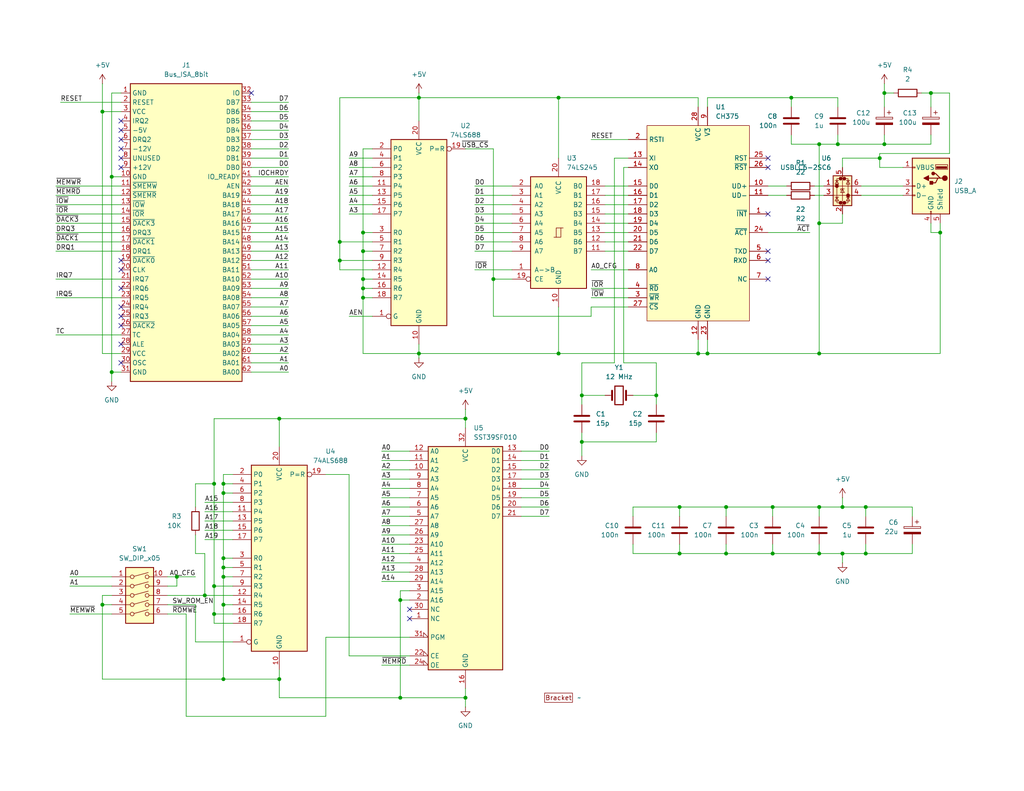
<source format=kicad_sch>
(kicad_sch (version 20231120) (generator "eeschema") (generator_version "8.0")
  (paper "USLetter")
  (title_block (title "USB In The Sky") (date "2024-09-24") (rev "1") (company "Surreality Labs"))
  (lib_symbols
    (symbol "74xx:74LS245" (pin_names (offset 1.016))
      (property "Reference" "U" (at -7.62 16.51 0))
      (property "Value" "74LS245" (at -7.62 -16.51 0))
      (symbol "74LS245_1_0"
        (pin input line (at -12.7 -10.16 0) (length 5.08) (name "A->B") (number "1"))
        (pin power_in line (at 0 -20.32 90) (length 5.08) (name "GND") (number "10"))
        (pin tri_state line (at 12.7 -5.08 180) (length 5.08) (name "B7") (number "11"))
        (pin tri_state line (at 12.7 -2.54 180) (length 5.08) (name "B6") (number "12"))
        (pin tri_state line (at 12.7 0 180) (length 5.08) (name "B5") (number "13"))
        (pin tri_state line (at 12.7 2.54 180) (length 5.08) (name "B4") (number "14"))
        (pin tri_state line (at 12.7 5.08 180) (length 5.08) (name "B3") (number "15"))
        (pin tri_state line (at 12.7 7.62 180) (length 5.08) (name "B2") (number "16"))
        (pin tri_state line (at 12.7 10.16 180) (length 5.08) (name "B1") (number "17"))
        (pin tri_state line (at 12.7 12.7 180) (length 5.08) (name "B0") (number "18"))
        (pin input inverted (at -12.7 -12.7 0) (length 5.08) (name "CE") (number "19"))
        (pin tri_state line (at -12.7 12.7 0) (length 5.08) (name "A0") (number "2"))
        (pin power_in line (at 0 20.32 270) (length 5.08) (name "VCC") (number "20"))
        (pin tri_state line (at -12.7 10.16 0) (length 5.08) (name "A1") (number "3"))
        (pin tri_state line (at -12.7 7.62 0) (length 5.08) (name "A2") (number "4"))
        (pin tri_state line (at -12.7 5.08 0) (length 5.08) (name "A3") (number "5"))
        (pin tri_state line (at -12.7 2.54 0) (length 5.08) (name "A4") (number "6"))
        (pin tri_state line (at -12.7 0 0) (length 5.08) (name "A5") (number "7"))
        (pin tri_state line (at -12.7 -2.54 0) (length 5.08) (name "A6") (number "8"))
        (pin tri_state line (at -12.7 -5.08 0) (length 5.08) (name "A7") (number "9"))
      )
    )
    (symbol "74xx:74LS688"
      (property "Reference" "U" (at -7.62 26.67 0))
      (property "Value" "74LS688" (at -7.62 -26.67 0))
      (symbol "74LS688_1_0"
        (pin input inverted (at -12.7 -22.86 0) (length 5.08) (name "G") (number "1"))
        (pin power_in line (at 0 -30.48 90) (length 5.08) (name "GND") (number "10"))
        (pin input line (at -12.7 12.7 0) (length 5.08) (name "P4") (number "11"))
        (pin input line (at -12.7 -10.16 0) (length 5.08) (name "R4") (number "12"))
        (pin input line (at -12.7 10.16 0) (length 5.08) (name "P5") (number "13"))
        (pin input line (at -12.7 -12.7 0) (length 5.08) (name "R5") (number "14"))
        (pin input line (at -12.7 7.62 0) (length 5.08) (name "P6") (number "15"))
        (pin input line (at -12.7 -15.24 0) (length 5.08) (name "R6") (number "16"))
        (pin input line (at -12.7 5.08 0) (length 5.08) (name "P7") (number "17"))
        (pin input line (at -12.7 -17.78 0) (length 5.08) (name "R7") (number "18"))
        (pin output inverted (at 12.7 22.86 180) (length 5.08) (name "P=R") (number "19"))
        (pin input line (at -12.7 22.86 0) (length 5.08) (name "P0") (number "2"))
        (pin power_in line (at 0 30.48 270) (length 5.08) (name "VCC") (number "20"))
        (pin input line (at -12.7 0 0) (length 5.08) (name "R0") (number "3"))
        (pin input line (at -12.7 20.32 0) (length 5.08) (name "P1") (number "4"))
        (pin input line (at -12.7 -2.54 0) (length 5.08) (name "R1") (number "5"))
        (pin input line (at -12.7 17.78 0) (length 5.08) (name "P2") (number "6"))
        (pin input line (at -12.7 -5.08 0) (length 5.08) (name "R2") (number "7"))
        (pin input line (at -12.7 15.24 0) (length 5.08) (name "P3") (number "8"))
        (pin input line (at -12.7 -7.62 0) (length 5.08) (name "R3") (number "9"))
      )
    )
    (symbol "Connector:Bus_ISA_8bit"
      (property "Reference" "J" (at 0 42.545 0))
      (property "Value" "Bus_ISA_8bit" (at 0 -42.545 0))
      (symbol "Bus_ISA_8bit_1_1"
        (pin power_in line (at -17.78 38.1 0) (length 2.54) (name "GND") (number "1"))
        (pin power_in line (at -17.78 15.24 0) (length 2.54) (name "GND") (number "10"))
        (pin output line (at -17.78 12.7 0) (length 2.54) (name "~{SMEMW}") (number "11"))
        (pin output line (at -17.78 10.16 0) (length 2.54) (name "~{SMEMR}") (number "12"))
        (pin output line (at -17.78 7.62 0) (length 2.54) (name "~{IOW}") (number "13"))
        (pin output line (at -17.78 5.08 0) (length 2.54) (name "~{IOR}") (number "14"))
        (pin passive line (at -17.78 2.54 0) (length 2.54) (name "~{DACK3}") (number "15"))
        (pin passive line (at -17.78 0 0) (length 2.54) (name "DRQ3") (number "16"))
        (pin passive line (at -17.78 -2.54 0) (length 2.54) (name "~{DACK1}") (number "17"))
        (pin passive line (at -17.78 -5.08 0) (length 2.54) (name "DRQ1") (number "18"))
        (pin passive line (at -17.78 -7.62 0) (length 2.54) (name "~{DACK0}") (number "19"))
        (pin output line (at -17.78 35.56 0) (length 2.54) (name "RESET") (number "2"))
        (pin output line (at -17.78 -10.16 0) (length 2.54) (name "CLK") (number "20"))
        (pin passive line (at -17.78 -12.7 0) (length 2.54) (name "IRQ7") (number "21"))
        (pin passive line (at -17.78 -15.24 0) (length 2.54) (name "IRQ6") (number "22"))
        (pin passive line (at -17.78 -17.78 0) (length 2.54) (name "IRQ5") (number "23"))
        (pin passive line (at -17.78 -20.32 0) (length 2.54) (name "IRQ4") (number "24"))
        (pin passive line (at -17.78 -22.86 0) (length 2.54) (name "IRQ3") (number "25"))
        (pin passive line (at -17.78 -25.4 0) (length 2.54) (name "~{DACK2}") (number "26"))
        (pin passive line (at -17.78 -27.94 0) (length 2.54) (name "TC") (number "27"))
        (pin output line (at -17.78 -30.48 0) (length 2.54) (name "ALE") (number "28"))
        (pin power_in line (at -17.78 -33.02 0) (length 2.54) (name "VCC") (number "29"))
        (pin power_in line (at -17.78 33.02 0) (length 2.54) (name "VCC") (number "3"))
        (pin output line (at -17.78 -35.56 0) (length 2.54) (name "OSC") (number "30"))
        (pin power_in line (at -17.78 -38.1 0) (length 2.54) (name "GND") (number "31"))
        (pin passive line (at 17.78 38.1 180) (length 2.54) (name "IO") (number "32"))
        (pin tri_state line (at 17.78 35.56 180) (length 2.54) (name "DB7") (number "33"))
        (pin tri_state line (at 17.78 33.02 180) (length 2.54) (name "DB6") (number "34"))
        (pin tri_state line (at 17.78 30.48 180) (length 2.54) (name "DB5") (number "35"))
        (pin tri_state line (at 17.78 27.94 180) (length 2.54) (name "DB4") (number "36"))
        (pin tri_state line (at 17.78 25.4 180) (length 2.54) (name "DB3") (number "37"))
        (pin tri_state line (at 17.78 22.86 180) (length 2.54) (name "DB2") (number "38"))
        (pin tri_state line (at 17.78 20.32 180) (length 2.54) (name "DB1") (number "39"))
        (pin passive line (at -17.78 30.48 0) (length 2.54) (name "IRQ2") (number "4"))
        (pin tri_state line (at 17.78 17.78 180) (length 2.54) (name "DB0") (number "40"))
        (pin passive line (at 17.78 15.24 180) (length 2.54) (name "IO_READY") (number "41"))
        (pin output line (at 17.78 12.7 180) (length 2.54) (name "AEN") (number "42"))
        (pin tri_state line (at 17.78 10.16 180) (length 2.54) (name "BA19") (number "43"))
        (pin tri_state line (at 17.78 7.62 180) (length 2.54) (name "BA18") (number "44"))
        (pin tri_state line (at 17.78 5.08 180) (length 2.54) (name "BA17") (number "45"))
        (pin tri_state line (at 17.78 2.54 180) (length 2.54) (name "BA16") (number "46"))
        (pin tri_state line (at 17.78 0 180) (length 2.54) (name "BA15") (number "47"))
        (pin tri_state line (at 17.78 -2.54 180) (length 2.54) (name "BA14") (number "48"))
        (pin tri_state line (at 17.78 -5.08 180) (length 2.54) (name "BA13") (number "49"))
        (pin power_in line (at -17.78 27.94 0) (length 2.54) (name "-5V") (number "5"))
        (pin tri_state line (at 17.78 -7.62 180) (length 2.54) (name "BA12") (number "50"))
        (pin tri_state line (at 17.78 -10.16 180) (length 2.54) (name "BA11") (number "51"))
        (pin tri_state line (at 17.78 -12.7 180) (length 2.54) (name "BA10") (number "52"))
        (pin tri_state line (at 17.78 -15.24 180) (length 2.54) (name "BA09") (number "53"))
        (pin tri_state line (at 17.78 -17.78 180) (length 2.54) (name "BA08") (number "54"))
        (pin tri_state line (at 17.78 -20.32 180) (length 2.54) (name "BA07") (number "55"))
        (pin tri_state line (at 17.78 -22.86 180) (length 2.54) (name "BA06") (number "56"))
        (pin tri_state line (at 17.78 -25.4 180) (length 2.54) (name "BA05") (number "57"))
        (pin tri_state line (at 17.78 -27.94 180) (length 2.54) (name "BA04") (number "58"))
        (pin tri_state line (at 17.78 -30.48 180) (length 2.54) (name "BA03") (number "59"))
        (pin passive line (at -17.78 25.4 0) (length 2.54) (name "DRQ2") (number "6"))
        (pin tri_state line (at 17.78 -33.02 180) (length 2.54) (name "BA02") (number "60"))
        (pin tri_state line (at 17.78 -35.56 180) (length 2.54) (name "BA01") (number "61"))
        (pin tri_state line (at 17.78 -38.1 180) (length 2.54) (name "BA00") (number "62"))
        (pin power_in line (at -17.78 22.86 0) (length 2.54) (name "-12V") (number "7"))
        (pin passive line (at -17.78 20.32 0) (length 2.54) (name "UNUSED") (number "8"))
        (pin power_in line (at -17.78 17.78 0) (length 2.54) (name "+12V") (number "9"))
      )
    )
    (symbol "Connector:USB_A" (pin_names (offset 1.016))
      (property "Reference" "J" (at -5.08 11.43 0))
      (property "Value" "USB_A" (at -5.08 8.89 0))
      (symbol "USB_A_1_1"
        (pin power_in line (at 7.62 5.08 180) (length 2.54) (name "VBUS") (number "1"))
        (pin bidirectional line (at 7.62 -2.54 180) (length 2.54) (name "D-") (number "2"))
        (pin bidirectional line (at 7.62 0 180) (length 2.54) (name "D+") (number "3"))
        (pin power_in line (at 0 -10.16 90) (length 2.54) (name "GND") (number "4"))
        (pin passive line (at -2.54 -10.16 90) (length 2.54) (name "Shield") (number "5"))
      )
    )
    (symbol "Device:C" (pin_numbers hide) (pin_names (offset 0.254))
      (property "Reference" "C" (at 0.635 2.54 0))
      (property "Value" "C" (at 0.635 -2.54 0))
      (symbol "C_1_1"
        (pin passive line (at 0 3.81 270) (length 2.794) (name "~") (number "1"))
        (pin passive line (at 0 -3.81 90) (length 2.794) (name "~") (number "2"))
      )
    )
    (symbol "Device:C_Polarized" (pin_numbers hide) (pin_names (offset 0.254))
      (property "Reference" "C" (at 0.635 2.54 0))
      (property "Value" "C_Polarized" (at 0.635 -2.54 0))
      (symbol "C_Polarized_1_1"
        (pin passive line (at 0 3.81 270) (length 2.794) (name "~") (number "1"))
        (pin passive line (at 0 -3.81 90) (length 2.794) (name "~") (number "2"))
      )
    )
    (symbol "Device:Crystal" (pin_numbers hide) (pin_names (offset 1.016) hide)
      (property "Reference" "Y" (at 0 3.81 0))
      (property "Value" "Crystal" (at 0 -3.81 0))
      (symbol "Crystal_1_1"
        (pin passive line (at -3.81 0 0) (length 1.27) (name "1") (number "1"))
        (pin passive line (at 3.81 0 180) (length 1.27) (name "2") (number "2"))
      )
    )
    (symbol "Device:R" (pin_numbers hide) (pin_names (offset 0))
      (property "Reference" "R" (at 2.032 0 90))
      (property "Value" "R" (at 0 0 90))
      (symbol "R_1_1"
        (pin passive line (at 0 3.81 270) (length 1.27) (name "~") (number "1"))
        (pin passive line (at 0 -3.81 90) (length 1.27) (name "~") (number "2"))
      )
    )
    (symbol "Memory_Flash:SST39SF010"
      (property "Reference" "U" (at 2.54 33.02 0))
      (property "Value" "SST39SF010" (at 0 -30.48 0))
      (symbol "SST39SF010_0_0"
        (pin power_in line (at 0 -34.29 90) (length 5.08) (name "GND") (number "16"))
        (pin power_in line (at 0 36.83 270) (length 5.08) (name "VCC") (number "32"))
      )
      (symbol "SST39SF010_1_1"
        (pin input line (at -15.24 -15.24 0) (length 5.08) (name "NC") (number "1"))
        (pin input line (at -15.24 25.4 0) (length 5.08) (name "A2") (number "10"))
        (pin input line (at -15.24 27.94 0) (length 5.08) (name "A1") (number "11"))
        (pin input line (at -15.24 30.48 0) (length 5.08) (name "A0") (number "12"))
        (pin tri_state line (at 15.24 30.48 180) (length 5.08) (name "D0") (number "13"))
        (pin tri_state line (at 15.24 27.94 180) (length 5.08) (name "D1") (number "14"))
        (pin tri_state line (at 15.24 25.4 180) (length 5.08) (name "D2") (number "15"))
        (pin tri_state line (at 15.24 22.86 180) (length 5.08) (name "D3") (number "17"))
        (pin tri_state line (at 15.24 20.32 180) (length 5.08) (name "D4") (number "18"))
        (pin tri_state line (at 15.24 17.78 180) (length 5.08) (name "D5") (number "19"))
        (pin input line (at -15.24 -10.16 0) (length 5.08) (name "A16") (number "2"))
        (pin tri_state line (at 15.24 15.24 180) (length 5.08) (name "D6") (number "20"))
        (pin tri_state line (at 15.24 12.7 180) (length 5.08) (name "D7") (number "21"))
        (pin input input_low (at -15.24 -25.4 0) (length 5.08) (name "CE") (number "22"))
        (pin input line (at -15.24 5.08 0) (length 5.08) (name "A10") (number "23"))
        (pin input input_low (at -15.24 -27.94 0) (length 5.08) (name "OE") (number "24"))
        (pin input line (at -15.24 2.54 0) (length 5.08) (name "A11") (number "25"))
        (pin input line (at -15.24 7.62 0) (length 5.08) (name "A9") (number "26"))
        (pin input line (at -15.24 10.16 0) (length 5.08) (name "A8") (number "27"))
        (pin input line (at -15.24 -2.54 0) (length 5.08) (name "A13") (number "28"))
        (pin input line (at -15.24 -5.08 0) (length 5.08) (name "A14") (number "29"))
        (pin input line (at -15.24 -7.62 0) (length 5.08) (name "A15") (number "3"))
        (pin input line (at -15.24 -12.7 0) (length 5.08) (name "NC") (number "30"))
        (pin input input_low (at -15.24 -20.32 0) (length 5.08) (name "PGM") (number "31"))
        (pin input line (at -15.24 0 0) (length 5.08) (name "A12") (number "4"))
        (pin input line (at -15.24 12.7 0) (length 5.08) (name "A7") (number "5"))
        (pin input line (at -15.24 15.24 0) (length 5.08) (name "A6") (number "6"))
        (pin input line (at -15.24 17.78 0) (length 5.08) (name "A5") (number "7"))
        (pin input line (at -15.24 20.32 0) (length 5.08) (name "A4") (number "8"))
        (pin input line (at -15.24 22.86 0) (length 5.08) (name "A3") (number "9"))
      )
    )
    (symbol "Power_Protection:USBLC6-2SC6" (pin_names hide)
      (property "Reference" "U" (at 0.635 5.715 0))
      (property "Value" "USBLC6-2SC6" (at 0.635 3.81 0))
      (symbol "USBLC6-2SC6_1_1"
        (pin passive line (at -5.08 0 0) (length 2.54) (name "I/O1") (number "1"))
        (pin passive line (at 0 -7.62 90) (length 2.54) (name "GND") (number "2"))
        (pin passive line (at -5.08 -2.54 0) (length 2.54) (name "I/O2") (number "3"))
        (pin passive line (at 5.08 -2.54 180) (length 2.54) (name "I/O2") (number "4"))
        (pin passive line (at 0 5.08 270) (length 2.54) (name "VBUS") (number "5"))
        (pin passive line (at 5.08 0 180) (length 2.54) (name "I/O1") (number "6"))
      )
    )
    (symbol "Switch:SW_DIP_x05" (pin_names (offset 0) hide)
      (property "Reference" "SW" (at 0 8.89 0))
      (property "Value" "SW_DIP_x05" (at 0 -8.89 0))
      (symbol "SW_DIP_x05_1_1"
        (pin passive line (at -7.62 5.08 0) (length 5.08) (name "~") (number "1"))
        (pin passive line (at 7.62 5.08 180) (length 5.08) (name "~") (number "10"))
        (pin passive line (at -7.62 2.54 0) (length 5.08) (name "~") (number "2"))
        (pin passive line (at -7.62 0 0) (length 5.08) (name "~") (number "3"))
        (pin passive line (at -7.62 -2.54 0) (length 5.08) (name "~") (number "4"))
        (pin passive line (at -7.62 -5.08 0) (length 5.08) (name "~") (number "5"))
        (pin passive line (at 7.62 -5.08 180) (length 5.08) (name "~") (number "6"))
        (pin passive line (at 7.62 -2.54 180) (length 5.08) (name "~") (number "7"))
        (pin passive line (at 7.62 0 180) (length 5.08) (name "~") (number "8"))
        (pin passive line (at 7.62 2.54 180) (length 5.08) (name "~") (number "9"))
      )
    )
    (symbol "pc-parts:9202"
      (symbol "9202_1_1"
        (text "Bracket" (at 0 0 0) (effects (font (size 1.27 1.27))))
      )
    )
    (symbol "pc-parts:CH375"
      (property "Reference" "U" (at 0 0 0))
      (symbol "CH375_0_0"
        (pin output line (at 19.05 2.54 180) (length 5.08) (name "~{INT}") (number "1"))
        (pin bidirectional line (at 19.05 10.16 180) (length 5.08) (name "UD+") (number "10"))
        (pin bidirectional line (at 19.05 7.62 180) (length 5.08) (name "UD-") (number "11"))
        (pin power_in line (at 0 -31.75 90) (length 5.08) (name "GND") (number "12"))
        (pin input line (at -19.05 17.78 0) (length 5.08) (name "XI") (number "13"))
        (pin output line (at -19.05 15.24 0) (length 5.08) (name "XO") (number "14"))
        (pin bidirectional line (at -19.05 10.16 0) (length 5.08) (name "D0") (number "15"))
        (pin bidirectional line (at -19.05 7.62 0) (length 5.08) (name "D1") (number "16"))
        (pin bidirectional line (at -19.05 5.08 0) (length 5.08) (name "D2") (number "17"))
        (pin bidirectional line (at -19.05 2.54 0) (length 5.08) (name "D3") (number "18"))
        (pin bidirectional line (at -19.05 0 0) (length 5.08) (name "D4") (number "19"))
        (pin input line (at -19.05 22.86 0) (length 5.08) (name "RSTI") (number "2"))
        (pin bidirectional line (at -19.05 -2.54 0) (length 5.08) (name "D5") (number "20"))
        (pin bidirectional line (at -19.05 -5.08 0) (length 5.08) (name "D6") (number "21"))
        (pin bidirectional line (at -19.05 -7.62 0) (length 5.08) (name "D7") (number "22"))
        (pin power_in line (at 2.54 -31.75 90) (length 5.08) (name "GND") (number "23"))
        (pin output line (at 19.05 -2.54 180) (length 5.08) (name "~{ACT}") (number "24"))
        (pin output line (at 19.05 17.78 180) (length 5.08) (name "RST") (number "25"))
        (pin output line (at 19.05 15.24 180) (length 5.08) (name "~{RST}") (number "26"))
        (pin input line (at -19.05 -22.86 0) (length 5.08) (name "~{CS}") (number "27"))
        (pin power_in line (at 0 31.75 270) (length 5.08) (name "VCC") (number "28"))
        (pin input line (at -19.05 -20.32 0) (length 5.08) (name "~{WR}") (number "3"))
        (pin input line (at -19.05 -17.78 0) (length 5.08) (name "~{RD}") (number "4"))
        (pin bidirectional line (at 19.05 -7.62 180) (length 5.08) (name "TXD") (number "5"))
        (pin input line (at 19.05 -10.16 180) (length 5.08) (name "RXD") (number "6"))
        (pin input line (at 19.05 -15.24 180) (length 5.08) (name "NC") (number "7"))
        (pin input line (at -19.05 -12.7 0) (length 5.08) (name "A0") (number "8"))
        (pin power_in line (at 2.54 31.75 270) (length 5.08) (name "V3") (number "9"))
      )
    )
    (symbol "power:+5V" (power) (pin_numbers hide) (pin_names (offset 0) hide)
      (property "Value" "+5V" (at 0 3.556 0))
      (symbol "+5V_1_1"
        (pin power_in line (at 0 0 90) (length 0) (name "~") (number "1"))
      )
    )
    (symbol "power:GND" (power) (pin_numbers hide) (pin_names (offset 0) hide)
      (property "Value" "GND" (at 0 -3.81 0))
      (symbol "GND_1_1"
        (pin power_in line (at 0 0 270) (length 0) (name "~") (number "1"))
      )
    )
  )
  (junction (at 127 114.3))
  (junction (at 60.96 165.1))
  (junction (at 190.5 96.52))
  (junction (at 215.9 26.67))
  (junction (at 58.42 132.08))
  (junction (at 60.96 157.48))
  (junction (at 27.94 30.48))
  (junction (at 134.62 76.2))
  (junction (at 114.3 26.67))
  (junction (at 185.42 138.43))
  (junction (at 109.22 190.5))
  (junction (at 58.42 167.64))
  (junction (at 127 190.5))
  (junction (at 152.4 96.52))
  (junction (at 256.54 63.5))
  (junction (at 99.06 63.5))
  (junction (at 229.87 151.13))
  (junction (at 92.71 66.04))
  (junction (at 30.48 101.6))
  (junction (at 60.96 152.4))
  (junction (at 48.26 157.48))
  (junction (at 99.06 68.58))
  (junction (at 241.3 25.4))
  (junction (at 198.12 138.43))
  (junction (at 179.07 107.95))
  (junction (at 236.22 151.13))
  (junction (at 58.42 160.02))
  (junction (at 109.22 163.83))
  (junction (at 185.42 151.13))
  (junction (at 76.2 114.3))
  (junction (at 210.82 151.13))
  (junction (at 223.52 39.37))
  (junction (at 76.2 185.42))
  (junction (at 228.6 39.37))
  (junction (at 193.04 96.52))
  (junction (at 241.3 39.37))
  (junction (at 158.75 107.95))
  (junction (at 60.96 154.94))
  (junction (at 60.96 134.62))
  (junction (at 240.03 43.18))
  (junction (at 229.87 138.43))
  (junction (at 158.75 120.65))
  (junction (at 223.52 151.13))
  (junction (at 27.94 165.1))
  (junction (at 114.3 96.52))
  (junction (at 99.06 78.74))
  (junction (at 60.96 132.08))
  (junction (at 223.52 138.43))
  (junction (at 236.22 138.43))
  (junction (at 92.71 71.12))
  (junction (at 152.4 26.67))
  (junction (at 99.06 76.2))
  (junction (at 198.12 151.13))
  (junction (at 223.52 60.96))
  (junction (at 223.52 96.52))
  (junction (at 55.88 162.56))
  (junction (at 254 25.4))
  (junction (at 99.06 81.28))
  (junction (at 30.48 48.26))
  (junction (at 60.96 185.42))
  (junction (at 210.82 138.43))
  (no_connect (at 111.76 168.91))
  (no_connect (at 33.02 45.72))
  (no_connect (at 209.55 68.58))
  (no_connect (at 33.02 40.64))
  (no_connect (at 33.02 71.12))
  (no_connect (at 33.02 78.74))
  (no_connect (at 33.02 38.1))
  (no_connect (at 209.55 76.2))
  (no_connect (at 33.02 35.56))
  (no_connect (at 68.58 25.4))
  (no_connect (at 33.02 73.66))
  (no_connect (at 33.02 99.06))
  (no_connect (at 33.02 88.9))
  (no_connect (at 33.02 43.18))
  (no_connect (at 33.02 33.02))
  (no_connect (at 209.55 45.72))
  (no_connect (at 33.02 86.36))
  (no_connect (at 209.55 58.42))
  (no_connect (at 209.55 43.18))
  (no_connect (at 33.02 93.98))
  (no_connect (at 111.76 166.37))
  (no_connect (at 209.55 71.12))
  (no_connect (at 33.02 83.82))
  (wire (pts (xy 30.48 101.6) (xy 33.02 101.6)))
  (wire (pts (xy 111.76 125.73) (xy 104.14 125.73)))
  (wire (pts (xy 185.42 140.97) (xy 185.42 138.43)))
  (wire (pts (xy 111.76 156.21) (xy 104.14 156.21)))
  (wire (pts (xy 228.6 39.37) (xy 241.3 39.37)))
  (wire (pts (xy 193.04 29.21) (xy 193.04 26.67)))
  (wire (pts (xy 165.1 66.04) (xy 171.45 66.04)))
  (wire (pts (xy 111.76 138.43) (xy 104.14 138.43)))
  (wire (pts (xy 198.12 140.97) (xy 198.12 138.43)))
  (wire (pts (xy 165.1 68.58) (xy 171.45 68.58)))
  (wire (pts (xy 55.88 162.56) (xy 63.5 162.56)))
  (wire (pts (xy 68.58 60.96) (xy 78.74 60.96)))
  (wire (pts (xy 223.52 148.59) (xy 223.52 151.13)))
  (wire (pts (xy 161.29 73.66) (xy 171.45 73.66)))
  (wire (pts (xy 58.42 160.02) (xy 58.42 167.64)))
  (wire (pts (xy 198.12 151.13) (xy 185.42 151.13)))
  (wire (pts (xy 58.42 160.02) (xy 63.5 160.02)))
  (wire (pts (xy 248.92 138.43) (xy 248.92 140.97)))
  (wire (pts (xy 254 36.83) (xy 254 39.37)))
  (wire (pts (xy 95.25 86.36) (xy 101.6 86.36)))
  (wire (pts (xy 228.6 36.83) (xy 228.6 39.37)))
  (wire (pts (xy 215.9 26.67) (xy 215.9 29.21)))
  (wire (pts (xy 241.3 25.4) (xy 241.3 29.21)))
  (wire (pts (xy 15.24 66.04) (xy 33.02 66.04)))
  (wire (pts (xy 114.3 25.4) (xy 114.3 26.67)))
  (wire (pts (xy 76.2 182.88) (xy 76.2 185.42)))
  (wire (pts (xy 95.25 50.8) (xy 101.6 50.8)))
  (wire (pts (xy 76.2 114.3) (xy 76.2 121.92)))
  (wire (pts (xy 185.42 138.43) (xy 198.12 138.43)))
  (wire (pts (xy 254 39.37) (xy 241.3 39.37)))
  (wire (pts (xy 111.76 163.83) (xy 109.22 163.83)))
  (wire (pts (xy 193.04 96.52) (xy 223.52 96.52)))
  (wire (pts (xy 223.52 96.52) (xy 256.54 96.52)))
  (wire (pts (xy 95.25 129.54) (xy 95.25 179.07)))
  (wire (pts (xy 68.58 55.88) (xy 78.74 55.88)))
  (wire (pts (xy 104.14 181.61) (xy 111.76 181.61)))
  (wire (pts (xy 139.7 68.58) (xy 129.54 68.58)))
  (wire (pts (xy 111.76 135.89) (xy 104.14 135.89)))
  (wire (pts (xy 68.58 88.9) (xy 78.74 88.9)))
  (wire (pts (xy 139.7 50.8) (xy 129.54 50.8)))
  (wire (pts (xy 165.1 63.5) (xy 171.45 63.5)))
  (wire (pts (xy 109.22 161.29) (xy 109.22 163.83)))
  (wire (pts (xy 68.58 81.28) (xy 78.74 81.28)))
  (wire (pts (xy 158.75 120.65) (xy 158.75 118.11)))
  (wire (pts (xy 58.42 167.64) (xy 63.5 167.64)))
  (wire (pts (xy 50.8 167.64) (xy 50.8 195.58)))
  (wire (pts (xy 45.72 167.64) (xy 50.8 167.64)))
  (wire (pts (xy 53.34 138.43) (xy 53.34 132.08)))
  (wire (pts (xy 63.5 147.32) (xy 55.88 147.32)))
  (wire (pts (xy 179.07 120.65) (xy 158.75 120.65)))
  (wire (pts (xy 111.76 148.59) (xy 104.14 148.59)))
  (wire (pts (xy 58.42 114.3) (xy 58.42 132.08)))
  (wire (pts (xy 60.96 134.62) (xy 60.96 152.4)))
  (wire (pts (xy 198.12 151.13) (xy 198.12 148.59)))
  (wire (pts (xy 127 190.5) (xy 127 193.04)))
  (wire (pts (xy 99.06 76.2) (xy 99.06 78.74)))
  (wire (pts (xy 95.25 179.07) (xy 111.76 179.07)))
  (wire (pts (xy 111.76 158.75) (xy 104.14 158.75)))
  (wire (pts (xy 111.76 153.67) (xy 104.14 153.67)))
  (wire (pts (xy 179.07 99.06) (xy 179.07 107.95)))
  (wire (pts (xy 114.3 26.67) (xy 152.4 26.67)))
  (wire (pts (xy 68.58 91.44) (xy 78.74 91.44)))
  (wire (pts (xy 254 63.5) (xy 256.54 63.5)))
  (wire (pts (xy 30.48 48.26) (xy 30.48 101.6)))
  (wire (pts (xy 142.24 138.43) (xy 149.86 138.43)))
  (wire (pts (xy 68.58 30.48) (xy 78.74 30.48)))
  (wire (pts (xy 68.58 45.72) (xy 78.74 45.72)))
  (wire (pts (xy 27.94 22.86) (xy 27.94 30.48)))
  (wire (pts (xy 210.82 140.97) (xy 210.82 138.43)))
  (wire (pts (xy 170.18 99.06) (xy 179.07 99.06)))
  (wire (pts (xy 58.42 114.3) (xy 76.2 114.3)))
  (wire (pts (xy 171.45 83.82) (xy 161.29 83.82)))
  (wire (pts (xy 193.04 26.67) (xy 215.9 26.67)))
  (wire (pts (xy 152.4 96.52) (xy 152.4 83.82)))
  (wire (pts (xy 60.96 154.94) (xy 60.96 152.4)))
  (wire (pts (xy 165.1 55.88) (xy 171.45 55.88)))
  (wire (pts (xy 99.06 76.2) (xy 101.6 76.2)))
  (wire (pts (xy 165.1 58.42) (xy 171.45 58.42)))
  (wire (pts (xy 68.58 86.36) (xy 78.74 86.36)))
  (wire (pts (xy 68.58 53.34) (xy 78.74 53.34)))
  (wire (pts (xy 210.82 151.13) (xy 210.82 148.59)))
  (wire (pts (xy 68.58 78.74) (xy 78.74 78.74)))
  (wire (pts (xy 158.75 99.06) (xy 158.75 107.95)))
  (wire (pts (xy 50.8 195.58) (xy 88.9 195.58)))
  (wire (pts (xy 15.24 81.28) (xy 33.02 81.28)))
  (wire (pts (xy 68.58 93.98) (xy 78.74 93.98)))
  (wire (pts (xy 190.5 26.67) (xy 152.4 26.67)))
  (wire (pts (xy 68.58 48.26) (xy 78.74 48.26)))
  (wire (pts (xy 48.26 160.02) (xy 48.26 157.48)))
  (wire (pts (xy 161.29 81.28) (xy 171.45 81.28)))
  (wire (pts (xy 15.24 53.34) (xy 33.02 53.34)))
  (wire (pts (xy 210.82 138.43) (xy 223.52 138.43)))
  (wire (pts (xy 19.05 157.48) (xy 30.48 157.48)))
  (wire (pts (xy 240.03 43.18) (xy 229.87 43.18)))
  (wire (pts (xy 251.46 25.4) (xy 254 25.4)))
  (wire (pts (xy 60.96 157.48) (xy 60.96 154.94)))
  (wire (pts (xy 111.76 161.29) (xy 109.22 161.29)))
  (wire (pts (xy 68.58 83.82) (xy 78.74 83.82)))
  (wire (pts (xy 27.94 165.1) (xy 30.48 165.1)))
  (wire (pts (xy 240.03 41.91) (xy 259.08 41.91)))
  (wire (pts (xy 48.26 157.48) (xy 53.34 157.48)))
  (wire (pts (xy 114.3 96.52) (xy 114.3 93.98)))
  (wire (pts (xy 53.34 146.05) (xy 53.34 151.13)))
  (wire (pts (xy 60.96 132.08) (xy 60.96 134.62)))
  (wire (pts (xy 92.71 66.04) (xy 92.71 71.12)))
  (wire (pts (xy 68.58 35.56) (xy 78.74 35.56)))
  (wire (pts (xy 222.25 50.8) (xy 224.79 50.8)))
  (wire (pts (xy 167.64 99.06) (xy 167.64 43.18)))
  (wire (pts (xy 99.06 78.74) (xy 101.6 78.74)))
  (wire (pts (xy 209.55 53.34) (xy 214.63 53.34)))
  (wire (pts (xy 190.5 96.52) (xy 193.04 96.52)))
  (wire (pts (xy 60.96 134.62) (xy 63.5 134.62)))
  (wire (pts (xy 63.5 175.26) (xy 53.34 175.26)))
  (wire (pts (xy 161.29 78.74) (xy 171.45 78.74)))
  (wire (pts (xy 193.04 96.52) (xy 193.04 92.71)))
  (wire (pts (xy 60.96 165.1) (xy 60.96 157.48)))
  (wire (pts (xy 222.25 53.34) (xy 224.79 53.34)))
  (wire (pts (xy 127 114.3) (xy 76.2 114.3)))
  (wire (pts (xy 95.25 58.42) (xy 101.6 58.42)))
  (wire (pts (xy 68.58 63.5) (xy 78.74 63.5)))
  (wire (pts (xy 139.7 58.42) (xy 129.54 58.42)))
  (wire (pts (xy 223.52 60.96) (xy 223.52 96.52)))
  (wire (pts (xy 99.06 96.52) (xy 114.3 96.52)))
  (wire (pts (xy 254 60.96) (xy 254 63.5)))
  (wire (pts (xy 127 40.64) (xy 134.62 40.64)))
  (wire (pts (xy 158.75 107.95) (xy 158.75 110.49)))
  (wire (pts (xy 161.29 38.1) (xy 171.45 38.1)))
  (wire (pts (xy 241.3 25.4) (xy 243.84 25.4)))
  (wire (pts (xy 111.76 130.81) (xy 104.14 130.81)))
  (wire (pts (xy 248.92 148.59) (xy 248.92 151.13)))
  (wire (pts (xy 228.6 26.67) (xy 228.6 29.21)))
  (wire (pts (xy 259.08 41.91) (xy 259.08 25.4)))
  (wire (pts (xy 95.25 53.34) (xy 101.6 53.34)))
  (wire (pts (xy 19.05 160.02) (xy 30.48 160.02)))
  (wire (pts (xy 167.64 43.18) (xy 171.45 43.18)))
  (wire (pts (xy 215.9 39.37) (xy 223.52 39.37)))
  (wire (pts (xy 68.58 96.52) (xy 78.74 96.52)))
  (wire (pts (xy 223.52 39.37) (xy 228.6 39.37)))
  (wire (pts (xy 27.94 162.56) (xy 27.94 165.1)))
  (wire (pts (xy 99.06 40.64) (xy 99.06 63.5)))
  (wire (pts (xy 68.58 73.66) (xy 78.74 73.66)))
  (wire (pts (xy 142.24 123.19) (xy 149.86 123.19)))
  (wire (pts (xy 92.71 71.12) (xy 101.6 71.12)))
  (wire (pts (xy 68.58 66.04) (xy 78.74 66.04)))
  (wire (pts (xy 15.24 50.8) (xy 33.02 50.8)))
  (wire (pts (xy 95.25 45.72) (xy 101.6 45.72)))
  (wire (pts (xy 19.05 167.64) (xy 30.48 167.64)))
  (wire (pts (xy 139.7 53.34) (xy 129.54 53.34)))
  (wire (pts (xy 109.22 190.5) (xy 127 190.5)))
  (wire (pts (xy 139.7 63.5) (xy 129.54 63.5)))
  (wire (pts (xy 15.24 63.5) (xy 33.02 63.5)))
  (wire (pts (xy 172.72 151.13) (xy 172.72 148.59)))
  (wire (pts (xy 68.58 99.06) (xy 78.74 99.06)))
  (wire (pts (xy 15.24 91.44) (xy 33.02 91.44)))
  (wire (pts (xy 55.88 151.13) (xy 55.88 162.56)))
  (wire (pts (xy 88.9 173.99) (xy 111.76 173.99)))
  (wire (pts (xy 15.24 68.58) (xy 33.02 68.58)))
  (wire (pts (xy 223.52 39.37) (xy 223.52 60.96)))
  (wire (pts (xy 210.82 151.13) (xy 198.12 151.13)))
  (wire (pts (xy 58.42 167.64) (xy 58.42 170.18)))
  (wire (pts (xy 223.52 138.43) (xy 223.52 140.97)))
  (wire (pts (xy 33.02 96.52) (xy 27.94 96.52)))
  (wire (pts (xy 68.58 76.2) (xy 78.74 76.2)))
  (wire (pts (xy 60.96 185.42) (xy 60.96 165.1)))
  (wire (pts (xy 45.72 162.56) (xy 55.88 162.56)))
  (wire (pts (xy 209.55 63.5) (xy 220.98 63.5)))
  (wire (pts (xy 229.87 151.13) (xy 223.52 151.13)))
  (wire (pts (xy 99.06 68.58) (xy 99.06 76.2)))
  (wire (pts (xy 15.24 76.2) (xy 33.02 76.2)))
  (wire (pts (xy 53.34 165.1) (xy 45.72 165.1)))
  (wire (pts (xy 109.22 190.5) (xy 76.2 190.5)))
  (wire (pts (xy 33.02 25.4) (xy 30.48 25.4)))
  (wire (pts (xy 63.5 139.7) (xy 55.88 139.7)))
  (wire (pts (xy 111.76 143.51) (xy 104.14 143.51)))
  (wire (pts (xy 30.48 48.26) (xy 33.02 48.26)))
  (wire (pts (xy 68.58 40.64) (xy 78.74 40.64)))
  (wire (pts (xy 30.48 101.6) (xy 30.48 104.14)))
  (wire (pts (xy 111.76 133.35) (xy 104.14 133.35)))
  (wire (pts (xy 161.29 83.82) (xy 161.29 86.36)))
  (wire (pts (xy 185.42 151.13) (xy 185.42 148.59)))
  (wire (pts (xy 171.45 45.72) (xy 170.18 45.72)))
  (wire (pts (xy 215.9 26.67) (xy 228.6 26.67)))
  (wire (pts (xy 76.2 190.5) (xy 76.2 185.42)))
  (wire (pts (xy 109.22 163.83) (xy 109.22 190.5)))
  (wire (pts (xy 127 116.84) (xy 127 114.3)))
  (wire (pts (xy 254 25.4) (xy 254 29.21)))
  (wire (pts (xy 68.58 38.1) (xy 78.74 38.1)))
  (wire (pts (xy 92.71 66.04) (xy 101.6 66.04)))
  (wire (pts (xy 68.58 71.12) (xy 78.74 71.12)))
  (wire (pts (xy 172.72 140.97) (xy 172.72 138.43)))
  (wire (pts (xy 76.2 185.42) (xy 60.96 185.42)))
  (wire (pts (xy 127 190.5) (xy 127 187.96)))
  (wire (pts (xy 223.52 60.96) (xy 229.87 60.96)))
  (wire (pts (xy 142.24 133.35) (xy 149.86 133.35)))
  (wire (pts (xy 165.1 53.34) (xy 171.45 53.34)))
  (wire (pts (xy 45.72 157.48) (xy 48.26 157.48)))
  (wire (pts (xy 209.55 50.8) (xy 214.63 50.8)))
  (wire (pts (xy 114.3 96.52) (xy 114.3 97.79)))
  (wire (pts (xy 60.96 129.54) (xy 60.96 132.08)))
  (wire (pts (xy 16.51 27.94) (xy 33.02 27.94)))
  (wire (pts (xy 27.94 185.42) (xy 60.96 185.42)))
  (wire (pts (xy 45.72 160.02) (xy 48.26 160.02)))
  (wire (pts (xy 114.3 96.52) (xy 152.4 96.52)))
  (wire (pts (xy 152.4 96.52) (xy 190.5 96.52)))
  (wire (pts (xy 179.07 107.95) (xy 172.72 107.95)))
  (wire (pts (xy 88.9 129.54) (xy 95.25 129.54)))
  (wire (pts (xy 134.62 86.36) (xy 134.62 76.2)))
  (wire (pts (xy 68.58 50.8) (xy 78.74 50.8)))
  (wire (pts (xy 236.22 138.43) (xy 248.92 138.43)))
  (wire (pts (xy 68.58 101.6) (xy 78.74 101.6)))
  (wire (pts (xy 179.07 107.95) (xy 179.07 110.49)))
  (wire (pts (xy 139.7 60.96) (xy 129.54 60.96)))
  (wire (pts (xy 179.07 118.11) (xy 179.07 120.65)))
  (wire (pts (xy 223.52 151.13) (xy 210.82 151.13)))
  (wire (pts (xy 185.42 151.13) (xy 172.72 151.13)))
  (wire (pts (xy 215.9 36.83) (xy 215.9 39.37)))
  (wire (pts (xy 92.71 26.67) (xy 114.3 26.67)))
  (wire (pts (xy 60.96 165.1) (xy 63.5 165.1)))
  (wire (pts (xy 142.24 135.89) (xy 149.86 135.89)))
  (wire (pts (xy 111.76 140.97) (xy 104.14 140.97)))
  (wire (pts (xy 95.25 55.88) (xy 101.6 55.88)))
  (wire (pts (xy 99.06 81.28) (xy 99.06 96.52)))
  (wire (pts (xy 234.95 50.8) (xy 246.38 50.8)))
  (wire (pts (xy 101.6 73.66) (xy 92.71 73.66)))
  (wire (pts (xy 241.3 36.83) (xy 241.3 39.37)))
  (wire (pts (xy 53.34 132.08) (xy 58.42 132.08)))
  (wire (pts (xy 229.87 151.13) (xy 229.87 153.67)))
  (wire (pts (xy 259.08 25.4) (xy 254 25.4)))
  (wire (pts (xy 170.18 45.72) (xy 170.18 99.06)))
  (wire (pts (xy 134.62 76.2) (xy 134.62 40.64)))
  (wire (pts (xy 229.87 135.89) (xy 229.87 138.43)))
  (wire (pts (xy 246.38 45.72) (xy 240.03 45.72)))
  (wire (pts (xy 92.71 71.12) (xy 92.71 73.66)))
  (wire (pts (xy 88.9 195.58) (xy 88.9 173.99)))
  (wire (pts (xy 229.87 138.43) (xy 236.22 138.43)))
  (wire (pts (xy 68.58 33.02) (xy 78.74 33.02)))
  (wire (pts (xy 99.06 40.64) (xy 101.6 40.64)))
  (wire (pts (xy 152.4 26.67) (xy 152.4 43.18)))
  (wire (pts (xy 53.34 175.26) (xy 53.34 165.1)))
  (wire (pts (xy 99.06 68.58) (xy 101.6 68.58)))
  (wire (pts (xy 27.94 185.42) (xy 27.94 165.1)))
  (wire (pts (xy 60.96 132.08) (xy 63.5 132.08)))
  (wire (pts (xy 158.75 120.65) (xy 158.75 124.46)))
  (wire (pts (xy 223.52 138.43) (xy 229.87 138.43)))
  (wire (pts (xy 68.58 58.42) (xy 78.74 58.42)))
  (wire (pts (xy 158.75 99.06) (xy 167.64 99.06)))
  (wire (pts (xy 63.5 170.18) (xy 58.42 170.18)))
  (wire (pts (xy 111.76 151.13) (xy 104.14 151.13)))
  (wire (pts (xy 129.54 73.66) (xy 139.7 73.66)))
  (wire (pts (xy 99.06 63.5) (xy 99.06 68.58)))
  (wire (pts (xy 190.5 96.52) (xy 190.5 92.71)))
  (wire (pts (xy 111.76 123.19) (xy 104.14 123.19)))
  (wire (pts (xy 165.1 50.8) (xy 171.45 50.8)))
  (wire (pts (xy 142.24 128.27) (xy 149.86 128.27)))
  (wire (pts (xy 142.24 125.73) (xy 149.86 125.73)))
  (wire (pts (xy 63.5 142.24) (xy 55.88 142.24)))
  (wire (pts (xy 161.29 86.36) (xy 134.62 86.36)))
  (wire (pts (xy 27.94 96.52) (xy 27.94 30.48)))
  (wire (pts (xy 229.87 58.42) (xy 229.87 60.96)))
  (wire (pts (xy 63.5 129.54) (xy 60.96 129.54)))
  (wire (pts (xy 53.34 151.13) (xy 55.88 151.13)))
  (wire (pts (xy 15.24 55.88) (xy 33.02 55.88)))
  (wire (pts (xy 165.1 60.96) (xy 171.45 60.96)))
  (wire (pts (xy 256.54 63.5) (xy 256.54 96.52)))
  (wire (pts (xy 111.76 128.27) (xy 104.14 128.27)))
  (wire (pts (xy 15.24 60.96) (xy 33.02 60.96)))
  (wire (pts (xy 236.22 138.43) (xy 236.22 140.97)))
  (wire (pts (xy 127 111.76) (xy 127 114.3)))
  (wire (pts (xy 60.96 157.48) (xy 63.5 157.48)))
  (wire (pts (xy 58.42 132.08) (xy 58.42 160.02)))
  (wire (pts (xy 15.24 58.42) (xy 33.02 58.42)))
  (wire (pts (xy 63.5 137.16) (xy 55.88 137.16)))
  (wire (pts (xy 240.03 43.18) (xy 240.03 41.91)))
  (wire (pts (xy 190.5 29.21) (xy 190.5 26.67)))
  (wire (pts (xy 142.24 130.81) (xy 149.86 130.81)))
  (wire (pts (xy 111.76 146.05) (xy 104.14 146.05)))
  (wire (pts (xy 30.48 25.4) (xy 30.48 48.26)))
  (wire (pts (xy 158.75 107.95) (xy 165.1 107.95)))
  (wire (pts (xy 68.58 27.94) (xy 78.74 27.94)))
  (wire (pts (xy 139.7 76.2) (xy 134.62 76.2)))
  (wire (pts (xy 99.06 78.74) (xy 99.06 81.28)))
  (wire (pts (xy 68.58 68.58) (xy 78.74 68.58)))
  (wire (pts (xy 139.7 66.04) (xy 129.54 66.04)))
  (wire (pts (xy 139.7 55.88) (xy 129.54 55.88)))
  (wire (pts (xy 60.96 152.4) (xy 63.5 152.4)))
  (wire (pts (xy 60.96 154.94) (xy 63.5 154.94)))
  (wire (pts (xy 95.25 43.18) (xy 101.6 43.18)))
  (wire (pts (xy 30.48 162.56) (xy 27.94 162.56)))
  (wire (pts (xy 142.24 140.97) (xy 149.86 140.97)))
  (wire (pts (xy 114.3 26.67) (xy 114.3 33.02)))
  (wire (pts (xy 236.22 148.59) (xy 236.22 151.13)))
  (wire (pts (xy 172.72 138.43) (xy 185.42 138.43)))
  (wire (pts (xy 63.5 144.78) (xy 55.88 144.78)))
  (wire (pts (xy 229.87 43.18) (xy 229.87 45.72)))
  (wire (pts (xy 240.03 45.72) (xy 240.03 43.18)))
  (wire (pts (xy 234.95 53.34) (xy 246.38 53.34)))
  (wire (pts (xy 95.25 48.26) (xy 101.6 48.26)))
  (wire (pts (xy 241.3 22.86) (xy 241.3 25.4)))
  (wire (pts (xy 99.06 81.28) (xy 101.6 81.28)))
  (wire (pts (xy 92.71 26.67) (xy 92.71 66.04)))
  (wire (pts (xy 256.54 60.96) (xy 256.54 63.5)))
  (wire (pts (xy 27.94 30.48) (xy 33.02 30.48)))
  (wire (pts (xy 68.58 43.18) (xy 78.74 43.18)))
  (wire (pts (xy 99.06 63.5) (xy 101.6 63.5)))
  (wire (pts (xy 236.22 151.13) (xy 229.87 151.13)))
  (wire (pts (xy 198.12 138.43) (xy 210.82 138.43)))
  (wire (pts (xy 248.92 151.13) (xy 236.22 151.13)))
  (label "AEN" (at 78.74 50.8 180))
  (label "A2" (at 78.74 96.52 180))
  (label "~{MEMRD}" (at 15.24 53.34 0))
  (label "~{ROMWE}" (at 46.99 167.64 0))
  (label "D3" (at 149.86 130.81 180))
  (label "A3" (at 95.25 58.42 0))
  (label "AEN" (at 95.25 86.36 0))
  (label "RESET" (at 16.51 27.94 0))
  (label "A5" (at 104.14 135.89 0))
  (label "A14" (at 78.74 66.04 180))
  (label "D1" (at 78.74 43.18 180))
  (label "~{MEMWR}" (at 15.24 50.8 0))
  (label "DRQ3" (at 15.24 63.5 0))
  (label "A4" (at 95.25 55.88 0))
  (label "A6" (at 95.25 50.8 0))
  (label "A6" (at 78.74 86.36 180))
  (label "D7" (at 78.74 27.94 180))
  (label "~{IOR}" (at 129.54 73.66 0))
  (label "A0_CFG" (at 161.29 73.66 0))
  (label "A9" (at 78.74 78.74 180))
  (label "D1" (at 129.54 53.34 0))
  (label "D6" (at 149.86 138.43 180))
  (label "A11" (at 104.14 151.13 0))
  (label "A1" (at 19.05 160.02 0))
  (label "D6" (at 78.74 30.48 180))
  (label "~{IOR}" (at 161.29 78.74 0))
  (label "A0" (at 78.74 101.6 180))
  (label "A15" (at 55.88 137.16 0))
  (label "D7" (at 129.54 68.58 0))
  (label "A14" (at 104.14 158.75 0))
  (label "D5" (at 129.54 63.5 0))
  (label "A4" (at 104.14 133.35 0))
  (label "D6" (at 129.54 66.04 0))
  (label "D0" (at 78.74 45.72 180))
  (label "A7" (at 78.74 83.82 180))
  (label "~{MEMWR}" (at 19.05 167.64 0))
  (label "D3" (at 78.74 38.1 180))
  (label "A1" (at 104.14 125.73 0))
  (label "D4" (at 78.74 35.56 180))
  (label "A17" (at 55.88 142.24 0))
  (label "~{ACT}" (at 220.98 63.5 180))
  (label "A9" (at 104.14 146.05 0))
  (label "D0" (at 129.54 50.8 0))
  (label "A3" (at 78.74 93.98 180))
  (label "~{IOW}" (at 161.29 81.28 0))
  (label "A8" (at 78.74 81.28 180))
  (label "A19" (at 55.88 147.32 0))
  (label "~{IOW}" (at 15.24 55.88 0))
  (label "TC" (at 15.24 91.44 0))
  (label "A3" (at 104.14 130.81 0))
  (label "~{DACK1}" (at 15.24 66.04 0))
  (label "D1" (at 149.86 125.73 180))
  (label "~{DACK3}" (at 15.24 60.96 0))
  (label "D4" (at 149.86 133.35 180))
  (label "A16" (at 55.88 139.7 0))
  (label "A2" (at 104.14 128.27 0))
  (label "D2" (at 149.86 128.27 180))
  (label "A18" (at 78.74 55.88 180))
  (label "A10" (at 104.14 148.59 0))
  (label "A10" (at 78.74 76.2 180))
  (label "A15" (at 78.74 63.5 180))
  (label "A13" (at 78.74 68.58 180))
  (label "A0" (at 104.14 123.19 0))
  (label "A0" (at 19.05 157.48 0))
  (label "D5" (at 149.86 135.89 180))
  (label "~{MEMRD}" (at 104.14 181.61 0))
  (label "A4" (at 78.74 91.44 180))
  (label "~{USB_CS}" (at 133.35 40.64 180))
  (label "A13" (at 104.14 156.21 0))
  (label "A6" (at 104.14 138.43 0))
  (label "A11" (at 78.74 73.66 180))
  (label "A7" (at 95.25 48.26 0))
  (label "A17" (at 78.74 58.42 180))
  (label "A19" (at 78.74 53.34 180))
  (label "IOCHRDY" (at 78.74 48.26 180))
  (label "D2" (at 78.74 40.64 180))
  (label "A9" (at 95.25 43.18 0))
  (label "~{IOR}" (at 15.24 58.42 0))
  (label "A5" (at 95.25 53.34 0))
  (label "A5" (at 78.74 88.9 180))
  (label "A1" (at 78.74 99.06 180))
  (label "A18" (at 55.88 144.78 0))
  (label "IRQ7" (at 15.24 76.2 0))
  (label "A0_CFG" (at 53.34 157.48 180))
  (label "D5" (at 78.74 33.02 180))
  (label "SW_ROM_EN" (at 46.99 165.1 0))
  (label "D4" (at 129.54 60.96 0))
  (label "A8" (at 95.25 45.72 0))
  (label "IRQ5" (at 15.24 81.28 0))
  (label "D2" (at 129.54 55.88 0))
  (label "A16" (at 78.74 60.96 180))
  (label "A8" (at 104.14 143.51 0))
  (label "D7" (at 149.86 140.97 180))
  (label "A12" (at 78.74 71.12 180))
  (label "D3" (at 129.54 58.42 0))
  (label "DRQ1" (at 15.24 68.58 0))
  (label "RESET" (at 161.29 38.1 0))
  (label "A7" (at 104.14 140.97 0))
  (label "D0" (at 149.86 123.19 180))
  (label "A12" (at 104.14 153.67 0))
  (symbol (lib_id "power:+5V") (at 27.94 22.86 0) (unit 1)
    (property "Reference" "#PWR07" (effects (hide yes)))
    (property "Value" "+5V" (at 27.94 17.78 0))
    (property "Description" "Power symbol creates a global label with name \"+5V\"" (effects (hide yes)))
  )
  (symbol (lib_id "Device:C") (at 198.12 144.78 0) (mirror y) (unit 1)
    (property "Reference" "C7" (at 194.31 143.5099 0) (effects (justify left)))
    (property "Value" "100n" (at 194.31 146.0499 0) (effects (justify left)))
    (property "Footprint" "Capacitor_SMD:C_0603_1608Metric_Pad1.08x0.95mm_HandSolder" (effects (hide yes)))
    (property "Description" "Unpolarized capacitor" (effects (hide yes)))
  )
  (symbol (lib_id "pc-parts:9202") (at 152.4 190.5 0) (unit 1)
    (property "Reference" "BRACKET1" (effects (hide yes)))
    (property "Value" "~" (at 157.48 190.5 0) (effects (justify left)))
    (property "Footprint" "pc-parts:PC_BRACKET_ISA_KEYSTONE_9200_Rev1_1" (effects (hide yes)))
  )
  (symbol (lib_id "74xx:74LS245") (at 152.4 63.5 0) (unit 1)
    (property "Reference" "U3" (at 154.5941 43.18 0) (effects (justify left)))
    (property "Value" "74LS245" (at 154.5941 45.72 0) (effects (justify left)))
    (property "Footprint" "Package_DIP:DIP-20_W7.62mm" (effects (hide yes)))
    (property "Datasheet" "http://www.ti.com/lit/gpn/sn74LS245" (effects (hide yes)))
    (property "Description" "Octal BUS Transceivers, 3-State outputs" (effects (hide yes)))
  )
  (symbol (lib_id "Device:C") (at 158.75 114.3 0) (unit 1)
    (property "Reference" "C1" (at 162.56 113.0299 0) (effects (justify left)))
    (property "Value" "15p" (at 162.56 115.5699 0) (effects (justify left)))
    (property "Footprint" "Capacitor_SMD:C_0603_1608Metric_Pad1.08x0.95mm_HandSolder" (effects (hide yes)))
    (property "Description" "Unpolarized capacitor" (effects (hide yes)))
  )
  (symbol (lib_id "power:GND") (at 127 193.04 0) (unit 1)
    (property "Reference" "#PWR02" (effects (hide yes)))
    (property "Value" "GND" (at 127 198.12 0))
    (property "Description" "Power symbol creates a global label with name \"GND\" , ground" (effects (hide yes)))
  )
  (symbol (lib_id "power:GND") (at 229.87 153.67 0) (unit 1)
    (property "Reference" "#PWR010" (effects (hide yes)))
    (property "Value" "GND" (at 229.87 158.75 0))
    (property "Description" "Power symbol creates a global label with name \"GND\" , ground" (effects (hide yes)))
  )
  (symbol (lib_id "Device:C") (at 185.42 144.78 0) (mirror y) (unit 1)
    (property "Reference" "C11" (at 181.61 143.5099 0) (effects (justify left)))
    (property "Value" "100n" (at 181.61 146.0499 0) (effects (justify left)))
    (property "Footprint" "Capacitor_SMD:C_0603_1608Metric_Pad1.08x0.95mm_HandSolder" (effects (hide yes)))
    (property "Description" "Unpolarized capacitor" (effects (hide yes)))
  )
  (symbol (lib_id "Device:C") (at 215.9 33.02 0) (mirror y) (unit 1)
    (property "Reference" "C8" (at 212.09 31.7499 0) (effects (justify left)))
    (property "Value" "100n" (at 212.09 34.2899 0) (effects (justify left)))
    (property "Footprint" "Capacitor_SMD:C_0603_1608Metric_Pad1.08x0.95mm_HandSolder" (effects (hide yes)))
    (property "Description" "Unpolarized capacitor" (effects (hide yes)))
  )
  (symbol (lib_id "power:+5V") (at 229.87 135.89 0) (unit 1)
    (property "Reference" "#PWR09" (effects (hide yes)))
    (property "Value" "+5V" (at 229.87 130.81 0))
    (property "Description" "Power symbol creates a global label with name \"+5V\"" (effects (hide yes)))
  )
  (symbol (lib_id "Power_Protection:USBLC6-2SC6") (at 229.87 50.8 0) (unit 1)
    (property "Reference" "U6" (at 226.8535 43.18 0) (effects (justify right)))
    (property "Value" "USBLC6-2SC6" (at 226.8535 45.72 0) (effects (justify right)))
    (property "Footprint" "Package_TO_SOT_SMD:SOT-23-6" (effects (hide yes)))
    (property "Datasheet" "https://www.st.com/resource/en/datasheet/usblc6-2.pdf" (effects (hide yes)))
    (property "Description" "Very low capacitance ESD protection diode, 2 data-line, SOT-23-6" (effects (hide yes)))
  )
  (symbol (lib_id "power:+5V") (at 241.3 22.86 0) (unit 1)
    (property "Reference" "#PWR03" (effects (hide yes)))
    (property "Value" "+5V" (at 241.3 17.78 0))
    (property "Description" "Power symbol creates a global label with name \"+5V\"" (effects (hide yes)))
  )
  (symbol (lib_id "Connector:Bus_ISA_8bit") (at 50.8 63.5 0) (unit 1)
    (property "Reference" "J1" (at 50.8 17.78 0))
    (property "Value" "Bus_ISA_8bit" (at 50.8 20.32 0))
    (property "Footprint" "pc-parts:BUS_AT_8BIT" (effects (hide yes)))
    (property "Datasheet" "https://en.wikipedia.org/wiki/Industry_Standard_Architecture" (effects (hide yes)))
    (property "Description" "8-bit ISA-PC bus connector" (effects (hide yes)))
  )
  (symbol (lib_id "Device:R") (at 247.65 25.4 90) (unit 1)
    (property "Reference" "R4" (at 247.65 19.05 90))
    (property "Value" "2" (at 247.65 21.59 90))
    (property "Footprint" "Resistor_SMD:R_0603_1608Metric_Pad0.98x0.95mm_HandSolder" (effects (hide yes)))
    (property "Description" "Resistor" (effects (hide yes)))
  )
  (symbol (lib_id "power:GND") (at 30.48 104.14 0) (unit 1)
    (property "Reference" "#PWR08" (effects (hide yes)))
    (property "Value" "GND" (at 30.48 109.22 0))
    (property "Description" "Power symbol creates a global label with name \"GND\" , ground" (effects (hide yes)))
  )
  (symbol (lib_id "Device:C") (at 179.07 114.3 0) (mirror y) (unit 1)
    (property "Reference" "C2" (at 175.26 113.0299 0) (effects (justify left)))
    (property "Value" "15p" (at 175.26 115.5699 0) (effects (justify left)))
    (property "Footprint" "Capacitor_SMD:C_0603_1608Metric_Pad1.08x0.95mm_HandSolder" (effects (hide yes)))
    (property "Description" "Unpolarized capacitor" (effects (hide yes)))
  )
  (symbol (lib_id "Device:C") (at 223.52 144.78 0) (mirror y) (unit 1)
    (property "Reference" "C4" (at 219.71 143.5099 0) (effects (justify left)))
    (property "Value" "100n" (at 219.71 146.0499 0) (effects (justify left)))
    (property "Footprint" "Capacitor_SMD:C_0603_1608Metric_Pad1.08x0.95mm_HandSolder" (effects (hide yes)))
    (property "Description" "Unpolarized capacitor" (effects (hide yes)))
  )
  (symbol (lib_id "Device:C") (at 228.6 33.02 0) (mirror y) (unit 1)
    (property "Reference" "C9" (at 224.79 31.7499 0) (effects (justify left)))
    (property "Value" "1u" (at 224.79 34.2899 0) (effects (justify left)))
    (property "Footprint" "Capacitor_SMD:C_0805_2012Metric_Pad1.18x1.45mm_HandSolder" (effects (hide yes)))
    (property "Description" "Unpolarized capacitor" (effects (hide yes)))
  )
  (symbol (lib_id "Device:R") (at 218.44 50.8 90) (unit 1)
    (property "Reference" "R1" (at 218.44 44.45 90))
    (property "Value" "22" (at 218.44 46.99 90))
    (property "Footprint" "Resistor_SMD:R_0603_1608Metric_Pad0.98x0.95mm_HandSolder" (effects (hide yes)))
    (property "Description" "Resistor" (effects (hide yes)))
  )
  (symbol (lib_id "Memory_Flash:SST39SF010") (at 127 153.67 0) (unit 1)
    (property "Reference" "U5" (at 129.1941 116.84 0) (effects (justify left)))
    (property "Value" "SST39SF010" (at 129.1941 119.38 0) (effects (justify left)))
    (property "Footprint" "Package_DIP:DIP-32_W15.24mm" (effects (hide yes)))
    (property "Datasheet" "http://ww1.microchip.com/downloads/en/DeviceDoc/25022B.pdf" (effects (hide yes)))
    (property "Description" "Silicon Storage Technology (SSF) 128k x 8 Flash ROM" (effects (hide yes)))
  )
  (symbol (lib_id "Device:C") (at 172.72 144.78 0) (mirror y) (unit 1)
    (property "Reference" "C10" (at 168.91 143.5099 0) (effects (justify left)))
    (property "Value" "100n" (at 168.91 146.0499 0) (effects (justify left)))
    (property "Footprint" "Capacitor_SMD:C_0603_1608Metric_Pad1.08x0.95mm_HandSolder" (effects (hide yes)))
    (property "Description" "Unpolarized capacitor" (effects (hide yes)))
  )
  (symbol (lib_id "power:GND") (at 158.75 124.46 0) (unit 1)
    (property "Reference" "#PWR06" (effects (hide yes)))
    (property "Value" "GND" (at 158.75 129.54 0))
    (property "Description" "Power symbol creates a global label with name \"GND\" , ground" (effects (hide yes)))
  )
  (symbol (lib_id "Device:Crystal") (at 168.91 107.95 0) (unit 1)
    (property "Reference" "Y1" (at 168.91 100.33 0))
    (property "Value" "12 MHz" (at 168.91 102.87 0))
    (property "Footprint" "Crystal:Crystal_HC49-U_Vertical" (effects (hide yes)))
    (property "Description" "Two pin crystal" (effects (hide yes)))
  )
  (symbol (lib_id "Device:C") (at 236.22 144.78 0) (mirror y) (unit 1)
    (property "Reference" "C5" (at 232.41 143.5099 0) (effects (justify left)))
    (property "Value" "1u" (at 232.41 146.0499 0) (effects (justify left)))
    (property "Footprint" "Capacitor_SMD:C_0805_2012Metric_Pad1.18x1.45mm_HandSolder" (effects (hide yes)))
    (property "Description" "Unpolarized capacitor" (effects (hide yes)))
  )
  (symbol (lib_id "power:+5V") (at 127 111.76 0) (unit 1)
    (property "Reference" "#PWR01" (effects (hide yes)))
    (property "Value" "+5V" (at 127 106.68 0))
    (property "Description" "Power symbol creates a global label with name \"+5V\"" (effects (hide yes)))
  )
  (symbol (lib_id "Connector:USB_A") (at 254 50.8 0) (mirror y) (unit 1)
    (property "Reference" "J2" (at 260.35 49.5299 0) (effects (justify right)))
    (property "Value" "USB_A" (at 260.35 52.0699 0) (effects (justify right)))
    (property "Footprint" "Connector_USB:USB_A_Stewart_SS-52100-001_Horizontal" (effects (hide yes)))
    (property "Description" "USB Type A connector" (effects (hide yes)))
  )
  (symbol (lib_id "Switch:SW_DIP_x05") (at 38.1 162.56 0) (unit 1)
    (property "Reference" "SW1" (at 38.1 149.86 0))
    (property "Value" "SW_DIP_x05" (at 38.1 152.4 0))
    (property "Footprint" "Button_Switch_THT:SW_DIP_SPSTx05_Slide_9.78x14.88mm_W7.62mm_P2.54mm" (effects (hide yes)))
    (property "Description" "5x DIP Switch, Single Pole Single Throw (SPST) switch, small symbol" (effects (hide yes)))
  )
  (symbol (lib_id "Device:C") (at 210.82 144.78 0) (mirror y) (unit 1)
    (property "Reference" "C3" (at 207.01 143.5099 0) (effects (justify left)))
    (property "Value" "100n" (at 207.01 146.0499 0) (effects (justify left)))
    (property "Footprint" "Capacitor_SMD:C_0603_1608Metric_Pad1.08x0.95mm_HandSolder" (effects (hide yes)))
    (property "Description" "Unpolarized capacitor" (effects (hide yes)))
  )
  (symbol (lib_id "74xx:74LS688") (at 76.2 152.4 0) (unit 1)
    (property "Reference" "U4" (at 90.17 123.2214 0))
    (property "Value" "74ALS688" (at 90.17 125.7614 0))
    (property "Footprint" "Package_DIP:DIP-20_W7.62mm" (effects (hide yes)))
    (property "Datasheet" "http://www.ti.com/lit/gpn/sn74LS688" (effects (hide yes)))
    (property "Description" "8-bit magnitude comparator" (effects (hide yes)))
  )
  (symbol (lib_id "Device:R") (at 53.34 142.24 0) (mirror y) (unit 1)
    (property "Reference" "R3" (at 49.53 140.9699 0) (effects (justify left)))
    (property "Value" "10K" (at 49.53 143.5099 0) (effects (justify left)))
    (property "Footprint" "Resistor_SMD:R_0603_1608Metric_Pad0.98x0.95mm_HandSolder" (effects (hide yes)))
    (property "Description" "Resistor" (effects (hide yes)))
  )
  (symbol (lib_id "power:GND") (at 114.3 97.79 0) (unit 1)
    (property "Reference" "#PWR04" (effects (hide yes)))
    (property "Value" "GND" (at 114.3 102.87 0))
    (property "Description" "Power symbol creates a global label with name \"GND\" , ground" (effects (hide yes)))
  )
  (symbol (lib_id "Device:C_Polarized") (at 254 33.02 0) (mirror y) (unit 1)
    (property "Reference" "C13" (at 250.19 30.8609 0) (effects (justify left)))
    (property "Value" "100u" (at 250.19 33.4009 0) (effects (justify left)))
    (property "Footprint" "Capacitor_SMD:CP_Elec_5x5.3" (effects (hide yes)))
    (property "Description" "Polarized capacitor" (effects (hide yes)))
  )
  (symbol (lib_id "power:+5V") (at 114.3 25.4 0) (unit 1)
    (property "Reference" "#PWR05" (effects (hide yes)))
    (property "Value" "+5V" (at 114.3 20.32 0))
    (property "Description" "Power symbol creates a global label with name \"+5V\"" (effects (hide yes)))
  )
  (symbol (lib_id "Device:C_Polarized") (at 248.92 144.78 0) (mirror y) (unit 1)
    (property "Reference" "C6" (at 245.11 142.6209 0) (effects (justify left)))
    (property "Value" "22u" (at 245.11 145.1609 0) (effects (justify left)))
    (property "Footprint" "Capacitor_SMD:CP_Elec_5x5.3" (effects (hide yes)))
    (property "Description" "Polarized capacitor" (effects (hide yes)))
  )
  (symbol (lib_id "Device:C_Polarized") (at 241.3 33.02 0) (mirror y) (unit 1)
    (property "Reference" "C12" (at 237.49 30.8609 0) (effects (justify left)))
    (property "Value" "100u" (at 237.49 33.4009 0) (effects (justify left)))
    (property "Footprint" "Capacitor_SMD:CP_Elec_5x5.3" (effects (hide yes)))
    (property "Description" "Polarized capacitor" (effects (hide yes)))
  )
  (symbol (lib_id "Device:R") (at 218.44 53.34 90) (mirror x) (unit 1)
    (property "Reference" "R2" (at 218.44 59.69 90))
    (property "Value" "22" (at 218.44 57.15 90))
    (property "Footprint" "Resistor_SMD:R_0603_1608Metric_Pad0.98x0.95mm_HandSolder" (effects (hide yes)))
    (property "Description" "Resistor" (effects (hide yes)))
  )
  (symbol (lib_id "pc-parts:CH375") (at 190.5 60.96 0) (unit 1)
    (property "Reference" "U1" (at 195.2341 29.21 0) (effects (justify left)))
    (property "Value" "CH375" (at 195.2341 31.75 0) (effects (justify left)))
    (property "Footprint" "Package_SO:SOP-28_8.4x18.16mm_P1.27mm" (effects (hide yes)))
  )
  (symbol (lib_id "74xx:74LS688") (at 114.3 63.5 0) (unit 1)
    (property "Reference" "U2" (at 127 34.3214 0))
    (property "Value" "74LS688" (at 127 36.8614 0))
    (property "Footprint" "Package_DIP:DIP-20_W7.62mm" (effects (hide yes)))
    (property "Datasheet" "http://www.ti.com/lit/gpn/sn74LS688" (effects (hide yes)))
    (property "Description" "8-bit magnitude comparator" (effects (hide yes)))
  )
)
</source>
